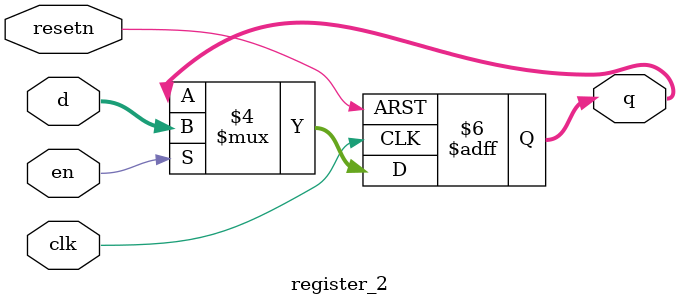
<source format=v>
/******************************************************************************
            Data memory and interface

Operation table:

  load/store sign size1 size0    |   Operation
7     0       1     1     1      |      LB
5     0       1     0     1      |      LH
0     0       X     0     0      |      LW
3     0       0     1     1      |      LBU
1     0       0     0     1      |      LHU
11    1       X     1     1      |      SB
9     1       X     0     1      |      SH
8     1       X     0     0      |      SW

******************************************************************************/

module data_mem_32_32_4_16_16384( clk, resetn, en, stalled,
    d_writedata,
    d_address,
    op,
    d_loadresult,

    ecause,

    boot_daddr, 
    boot_ddata, 
    boot_dwe, 

    bus_address,
    bus_byteen,
    bus_we,
    bus_en,
    bus_writedata,
    bus_readdata,
    bus_wait,
    bus_ecause
                );

input clk;
input resetn;
input en;
output stalled;

output [31:0] ecause; 

input [31:0] boot_daddr;
input [31:0] boot_ddata;
input boot_dwe;

input [32-1:0] d_address;
input [4-1:0] op;
input [32-1:0] d_writedata;
output [32-1:0] d_loadresult;

output [32-1:0] bus_address;
output [4-1:0] bus_byteen;
output         bus_we;
output         bus_en;
output [32-1:0] bus_writedata;
input  [32-1:0] bus_readdata;
input           bus_wait;
input  [32-1:0] bus_ecause;

wire [4-1:0] d_byteena;
wire [32-1:0] d_readdatain;
wire [32-1:0] d_writedatamem;
wire d_write;
wire [1:0] d_address_latched;

assign d_write=op[3];

assign ecause=bus_ecause;

register_2 d_address_reg(d_address[1:0],clk,1'b1,en,d_address_latched);
                
store_data_translator_32 sdtrans_inst(
    .write_data(d_writedata),
    .d_address(d_address[1:0]),
    .store_size(op[1:0]),
    .d_byteena(d_byteena),
    .d_writedataout(d_writedatamem));

load_data_translator_32 ldtrans_inst(
    .d_readdatain(d_readdatain),
    .d_address(d_address_latched[1:0]),
    .load_size(op[1:0]),
    .load_sign_ext(op[2]),
    .d_loadresult(d_loadresult));
  
assign bus_address=d_address;
assign bus_byteen=d_byteena;
assign bus_we=d_write;
assign bus_en=en;
assign bus_writedata=d_writedatamem;
assign d_readdatain=bus_readdata;
assign stalled=bus_wait;

/*
altsyncram  dmem (
            .wren_a (d_write&en&(~d_address[31])),
            .clock0 (clk),
            .clocken0 (),
            .clock1 (clk),
            .clocken1 (boot_dwe),
            `ifdef TEST_BENCH
            .aclr0(~resetn), 
            `endif
            .byteena_a (d_byteena),
            .address_a (d_address[DM_ADDRESSWIDTH+2-1:2]),
            .data_a (d_writedatamem),
            .wren_b (boot_dwe), .data_b (boot_ddata), .address_b (boot_daddr), 
            // synopsys translate_off
            .rden_b (), 
            .aclr1 (), .byteena_b (),
            .addressstall_a (), .addressstall_b (), .q_b (),
            // synopsys translate_on
            .q_a (d_readdatain)
    
);  
    defparam
        dmem.intended_device_family = "Stratix",
        dmem.width_a = DM_DATAWIDTH,
        dmem.widthad_a = DM_ADDRESSWIDTH-2,
        dmem.numwords_a = DM_SIZE,
        dmem.width_byteena_a = DM_BYTEENAWIDTH,
        dmem.operation_mode = "BIDIR_DUAL_PORT",
        dmem.width_b = DM_DATAWIDTH,
        dmem.widthad_b = DM_ADDRESSWIDTH-2,
        dmem.numwords_b = DM_SIZE,
        dmem.width_byteena_b = 1,
        dmem.outdata_reg_a = "UNREGISTERED",
        dmem.address_reg_b = "CLOCK1",
        dmem.wrcontrol_wraddress_reg_b = "CLOCK1",
        dmem.wrcontrol_aclr_a = "NONE",
        dmem.address_aclr_a = "NONE",
        dmem.outdata_aclr_a = "NONE",
        dmem.byteena_aclr_a = "NONE",
        dmem.byte_size = 8,
        `ifdef TEST_BENCH
          dmem.indata_aclr_a = "CLEAR0",
          dmem.init_file = "data.rif",
        `endif
        `ifdef QUARTUS_SIM
          dmem.init_file = "data.mif",
          dmem.ram_block_type = "M4K",
        `else
          dmem.ram_block_type = "MEGARAM",
        `endif
        dmem.lpm_type = "altsyncram";
*/
  
endmodule/****************************************************************************
          Store data translator
          - moves store data to appropriate byte/halfword 
          - interfaces with altera blockrams
****************************************************************************/
module store_data_translator_32(
    write_data,             // data in least significant position
    d_address,
    store_size,
    d_byteena,
    d_writedataout);        // shifted data to coincide with address

input [32-1:0] write_data;
input [1:0] d_address;
input [1:0] store_size;
output [3:0] d_byteena;
output [32-1:0] d_writedataout;

reg [3:0] d_byteena;
reg [32-1:0] d_writedataout;

always @(write_data or d_address or store_size)
begin
    case (store_size)
        2'b11:
            case(d_address[1:0])
                0: 
                begin 
                    d_byteena=4'b1000; 
                    d_writedataout={write_data[7:0],24'b0}; 
                end
                1: 
                begin 
                    d_byteena=4'b0100; 
                    d_writedataout={8'b0,write_data[7:0],16'b0}; 
                end
                2: 
                begin 
                    d_byteena=4'b0010; 
                    d_writedataout={16'b0,write_data[7:0],8'b0}; 
                end
                default: 
                begin 
                    d_byteena=4'b0001; 
                    d_writedataout={24'b0,write_data[7:0]}; 
                end
            endcase
        2'b01:
            case(d_address[1])
                0: 
                begin 
                    d_byteena=4'b1100; 
                    d_writedataout={write_data[15:0],16'b0}; 
                end
                default: 
                begin 
                    d_byteena=4'b0011; 
                    d_writedataout={16'b0,write_data[15:0]}; 
                end
            endcase
        default:
        begin
            d_byteena=4'b1111;
            d_writedataout=write_data;
        end
    endcase
end
endmodule/****************************************************************************
          Load data translator
          - moves read data to appropriate byte/halfword and zero/sign extends
****************************************************************************/
module load_data_translator_32(
    d_readdatain,
    d_address,
    load_size,
    load_sign_ext,
    d_loadresult);

input [32-1:0] d_readdatain;
input [1:0] d_address;
input [1:0] load_size;
input load_sign_ext;
output [32-1:0] d_loadresult;

reg [32-1:0] d_loadresult;

always @(d_readdatain or d_address or load_size or load_sign_ext)
begin
    case (load_size)
        2'b11:
        begin
            case (d_address[1:0])
                0: d_loadresult[7:0]=d_readdatain[31:24];
                1: d_loadresult[7:0]=d_readdatain[23:16];
                2: d_loadresult[7:0]=d_readdatain[15:8];
                default: d_loadresult[7:0]=d_readdatain[7:0];
            endcase
            d_loadresult[31:8]={24{load_sign_ext&d_loadresult[7]}};
        end
        2'b01:
        begin
            case (d_address[1])
                0: d_loadresult[15:0]=d_readdatain[31:16];
                default: d_loadresult[15:0]=d_readdatain[15:0];
            endcase
            d_loadresult[31:16]={16{load_sign_ext&d_loadresult[15]}};
        end
        default:
            d_loadresult=d_readdatain;
    endcase
end

endmodule/****************************************************************************
          Generic Register
****************************************************************************/
module register_2(d,clk,resetn,en,q);

input clk;
input resetn;
input en;
input [2-1:0] d;
output [2-1:0] q;
reg [2-1:0] q;

always @(posedge clk or negedge resetn)		//asynchronous reset
begin
	if (resetn==0)
		q<=0;
	else if (en==1)
		q<=d;
end

endmodule
</source>
